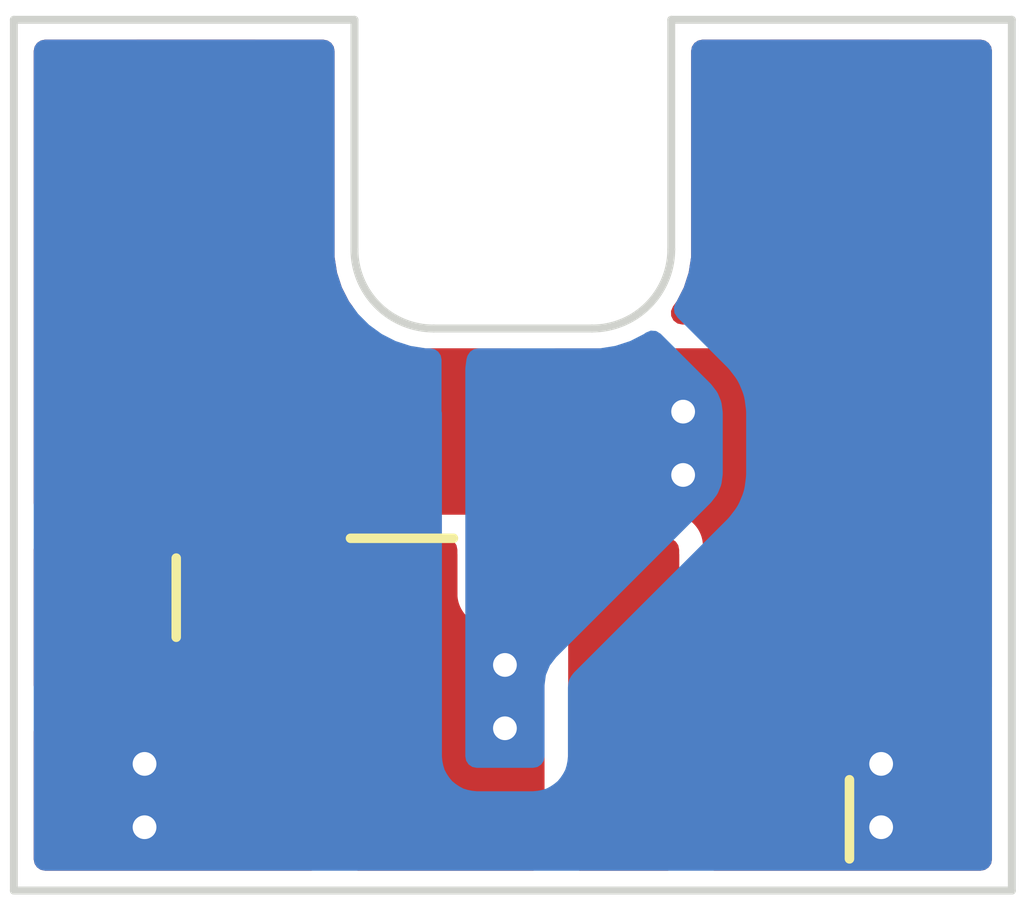
<source format=kicad_pcb>
(kicad_pcb (version 20221018) (generator pcbnew)
  (layers (0 "F.Cu" signal) (31 "B.Cu" signal) (34 "B.Paste" user) (35 "F.Paste" user) (36 "B.SilkS" user "B.Silkscreen") (37 "F.SilkS" user "F.Silkscreen") (38 "B.Mask" user) (39 "F.Mask" user) (44 "Edge.Cuts" user))
  (net 0 "")
  (net 1 "/PIN_B")
  (net 2 "/PIN_A")
  (net 3 "Net-(D1-K)")
  (net 4 "Net-(D1-A)")
  (net 5 "Net-(D2-K)")
  (footprint "Slonket_Footprints:D_SOD-123F" (layer "F.Cu") (at 125.6 94.3 -90)
    (fp_text reference "D1" hide)
    (fp_text value "SM4007PL" hide)
    (fp_line (start -1.9 0.75) (end -0.9 0.75) (stroke (width 0.12)) (layer "F.SilkS"))
    (pad "1" smd rect (at -1.4 0 270) (size 1.1 1.1) (layers "F.Cu" "F.Paste" "F.Mask") (net 3 "Net-(D1-K)"))
    (pad "2" smd rect (at 1.4 0 270) (size 1.1 1.1) (layers "F.Cu" "F.Paste" "F.Mask") (net 4 "Net-(D1-A)"))
  )
  (footprint "Slonket_Footprints:R_1206" (layer "F.Cu") (at 126.65 90.95)
    (fp_text reference "R1" hide)
    (fp_text value "270" hide)
    (pad "1" smd rect (at -1.475 0) (size 1.15 1.8) (layers "F.Cu" "F.Paste" "F.Mask") (net 2 "/PIN_A"))
    (pad "2" smd rect (at 1.475 0) (size 1.15 1.8) (layers "F.Cu" "F.Paste" "F.Mask") (net 3 "Net-(D1-K)"))
  )
  (footprint "Slonket_Footprints:R_1206" (layer "F.Cu") (at 131.55 90.95)
    (fp_text reference "R2" hide)
    (fp_text value "270" hide)
    (pad "1" smd rect (at -1.475 0) (size 1.15 1.8) (layers "F.Cu" "F.Paste" "F.Mask") (net 5 "Net-(D2-K)"))
    (pad "2" smd rect (at 1.475 0) (size 1.15 1.8) (layers "F.Cu" "F.Paste" "F.Mask") (net 1 "/PIN_B"))
  )
  (footprint "Slonket_Footprints:D_SOD-123F" (layer "F.Cu") (at 132.6 94.3 90)
    (fp_text reference "D3" hide)
    (fp_text value "SM4007PL" hide)
    (fp_line (start -1.9 0.75) (end -0.9 0.75) (stroke (width 0.12)) (layer "F.SilkS"))
    (pad "1" smd rect (at -1.4 0 90) (size 1.1 1.1) (layers "F.Cu" "F.Paste" "F.Mask") (net 4 "Net-(D1-A)"))
    (pad "2" smd rect (at 1.4 0 90) (size 1.1 1.1) (layers "F.Cu" "F.Paste" "F.Mask") (net 5 "Net-(D2-K)"))
  )
  (footprint "Slonket_Footprints:J_Pad_1_Lego" (layer "F.Cu") (at 125.1 87.6 180)
    (fp_text reference "J1" hide)
    (fp_text value "PIN_A" hide)
    (pad "1" smd roundrect (at 0 0 180) (size 1.5 3.5) (layers "F.Cu" "F.Mask") (chamfer_ratio 0) (chamfer bottom_left bottom_right) (net 2 "/PIN_A"))
  )
  (footprint "Slonket_Footprints:D_LED_4040" (layer "F.Cu") (at 129.1 94.55 180)
    (fp_text reference "D2" hide)
    (fp_text value "GREEN" hide)
    (fp_line (start 2.05 2.4) (end 0.75 2.4) (stroke (width 0.12)) (layer "F.SilkS"))
    (pad "1" smd rect (at 1.4 0.35 180) (size 1.4 3.7) (layers "F.Cu" "F.Paste" "F.Mask") (net 5 "Net-(D2-K)"))
    (pad "2" smd rect (at -1.4 0.35 180) (size 1.4 3.7) (layers "F.Cu" "F.Paste" "F.Mask") (net 3 "Net-(D1-K)"))
  )
  (footprint "Slonket_Footprints:J_Pad_1_Lego" (layer "F.Cu") (at 133.1 87.6 180)
    (fp_text reference "J2" hide)
    (fp_text value "PIN_B" hide)
    (pad "1" smd roundrect (at 0 0 180) (size 1.5 3.5) (layers "F.Cu" "F.Mask") (chamfer_ratio 0) (chamfer bottom_left bottom_right) (net 1 "/PIN_B"))
  )
  (gr_line (start 131.1 88.5) (end 131.1 85.6) (stroke (width 0.1)) (layer "Edge.Cuts"))
  (gr_line (start 122.8 85.6) (end 127.1 85.6) (stroke (width 0.1)) (layer "Edge.Cuts"))
  (gr_line (start 128.1 89.5) (end 130.1 89.5) (stroke (width 0.1)) (layer "Edge.Cuts"))
  (gr_arc (start 131.1 88.5) (mid 130.807107 89.207107) (end 130.1 89.5) (stroke (width 0.1)) (layer "Edge.Cuts"))
  (gr_line (start 127.1 85.6) (end 127.1 88.5) (stroke (width 0.1)) (layer "Edge.Cuts"))
  (gr_line (start 135.4 96.6) (end 135.4 85.6) (stroke (width 0.1)) (layer "Edge.Cuts"))
  (gr_arc (start 128.1 89.5) (mid 127.392893 89.207107) (end 127.1 88.5) (stroke (width 0.1)) (layer "Edge.Cuts"))
  (gr_line (start 122.8 85.6) (end 122.8 96.6) (stroke (width 0.1)) (layer "Edge.Cuts"))
  (gr_line (start 122.8 96.6) (end 135.4 96.6) (stroke (width 0.1)) (layer "Edge.Cuts"))
  (gr_line (start 135.4 85.6) (end 131.1 85.6) (stroke (width 0.1)) (layer "Edge.Cuts"))
  (arc (start 132.65 89.85) (mid 132.474264 89.425736) (end 132.05 89.25) (width 0.4) (layer "F.Cu") (net 1))
  (arc (start 126.15 89.25) (mid 125.725736 89.425736) (end 125.55 89.85) (width 0.4) (layer "F.Cu") (net 2))
  (arc (start 125.75 92.35) (mid 126.103553 92.203553) (end 126.25 91.85) (width 0.4) (layer "F.Cu") (net 3))
  (arc (start 130 93.35) (mid 129.824264 92.925736) (end 129.4 92.75) (width 0.4) (layer "F.Cu") (net 3))
  (arc (start 129 91.85) (mid 129.146447 92.203553) (end 129.5 92.35) (width 0.4) (layer "F.Cu") (net 3))
  (arc (start 127.1 91.65) (mid 126.675736 91.825736) (end 126.5 92.25) (width 0.4) (layer "F.Cu") (net 3))
  (via (at 133.75 95) (size 0.6) (drill 0.3) (layers "F.Cu" "B.Cu") (net 4))
  (via (at 133.75 95.8) (size 0.6) (drill 0.3) (layers "F.Cu" "B.Cu") (net 4))
  (via (at 124.45 95) (size 0.6) (drill 0.3) (layers "F.Cu" "B.Cu") (net 4))
  (via (at 124.45 95.8) (size 0.6) (drill 0.3) (layers "F.Cu" "B.Cu") (net 4))
  (via (at 129 94.55) (size 0.6) (drill 0.3) (layers "F.Cu" "B.Cu") (net 5))
  (via (at 129 93.75) (size 0.6) (drill 0.3) (layers "F.Cu" "B.Cu") (net 5))
  (via (at 131.25 90.55) (size 0.6) (drill 0.3) (layers "F.Cu" "B.Cu") (net 5))
  (via (at 131.25 91.35) (size 0.6) (drill 0.3) (layers "F.Cu" "B.Cu") (net 5))
  (arc (start 131.95 91.85) (mid 132.096447 92.203553) (end 132.45 92.35) (width 0.4) (layer "F.Cu") (net 5))
  (arc (start 131.7 92.25) (mid 131.524264 91.825736) (end 131.1 91.65) (width 0.4) (layer "F.Cu") (net 5))
  (arc (start 128.2 92.85) (mid 128.375736 93.274264) (end 128.8 93.45) (width 0.4) (layer "F.Cu") (net 5))
  (zone (net 3) (net_name "Net-(D1-K)") (layer "F.Cu") (priority 2) (connect_pads yes (clearance 0.19)) (min_thickness 0.29) (fill yes (thermal_gap 0.5) (thermal_bridge_width 0.5) (smoothing fillet) (radius 0.1))
    (polygon (pts (xy 127.55 89.75) (xy 129.2 89.75) (xy 129.2 92.15) (xy 131.2 92.15) (xy 131.2 96.6) (xy 129.8 96.6) (xy 129.8 92.95) (xy 128.7 92.95) (xy 128.7 91.85) (xy 127.55 91.85)))
  )
  (zone (net 3) (net_name "Net-(D1-K)") (layer "F.Cu") (priority 2) (connect_pads yes (clearance 0.19)) (min_thickness 0.29) (fill yes (thermal_gap 0.5) (thermal_bridge_width 0.5) (smoothing fillet) (radius 0.1))
    (polygon (pts (xy 128.7 89.75) (xy 126.05 89.75) (xy 126.05 92.15) (xy 122.8 92.15) (xy 122.8 94.15) (xy 126.7 94.15) (xy 126.7 91.85) (xy 128.7 91.85)))
  )
  (zone (net 5) (net_name "Net-(D2-K)") (layer "F.Cu") (priority 2) (connect_pads yes (clearance 0.19)) (min_thickness 0.29) (fill yes (thermal_gap 0.5) (thermal_bridge_width 0.5) (smoothing fillet) (radius 0.1))
    (polygon (pts (xy 127 92.15) (xy 128.4 92.15) (xy 128.4 93.25) (xy 129.5 93.25) (xy 129.5 96.6) (xy 127 96.6)))
  )
  (zone (net 4) (net_name "Net-(D1-A)") (layer "F.Cu") (priority 2) (connect_pads yes (clearance 0.19)) (min_thickness 0.29) (fill yes (thermal_gap 0.5) (thermal_bridge_width 0.5) (smoothing fillet) (radius 0.1))
    (polygon (pts (xy 122.8 96.6) (xy 122.8 94.45) (xy 126.7 94.45) (xy 126.7 96.6)))
  )
  (zone (net 4) (net_name "Net-(D1-A)") (layer "F.Cu") (priority 2) (connect_pads yes (clearance 0.19)) (min_thickness 0.29) (fill yes (thermal_gap 0.5) (thermal_bridge_width 0.5) (smoothing fillet) (radius 0.1))
    (polygon (pts (xy 131.5 96.6) (xy 131.5 94.45) (xy 135.4 94.45) (xy 135.4 96.6)))
  )
  (zone (net 2) (net_name "/PIN_A") (layer "F.Cu") (priority 2) (connect_pads yes (clearance 0.19)) (min_thickness 0.29) (fill yes (thermal_gap 0.5) (thermal_bridge_width 0.5) (smoothing fillet) (radius 0.1))
    (polygon (pts (xy 122.8 91.85) (xy 125.75 91.85) (xy 125.75 89.45) (xy 127.8 89.45) (xy 127.1 88.5) (xy 127.1 85.6) (xy 122.8 85.6)))
  )
  (zone (net 1) (net_name "/PIN_B") (layer "F.Cu") (priority 2) (connect_pads yes (clearance 0.19)) (min_thickness 0.29) (fill yes (thermal_gap 0.5) (thermal_bridge_width 0.5) (smoothing fillet) (radius 0.1))
    (polygon (pts (xy 135.4 91.85) (xy 132.45 91.85) (xy 132.45 89.45) (xy 130.4 89.45) (xy 131.1 88.5) (xy 131.1 85.6) (xy 135.4 85.6)))
  )
  (zone (net 5) (net_name "Net-(D2-K)") (layer "F.Cu") (priority 2) (connect_pads yes (clearance 0.19)) (min_thickness 0.29) (fill yes (thermal_gap 0.5) (thermal_bridge_width 0.5) (smoothing fillet) (radius 0.1))
    (polygon (pts (xy 129.5 89.75) (xy 132.15 89.75) (xy 132.15 92.15) (xy 135.4 92.15) (xy 135.4 94.15) (xy 131.5 94.15) (xy 131.5 91.85) (xy 129.5 91.85)))
  )
  (zone (net 0) (net_name "") (layer "B.Cu") (connect_pads yes (clearance 0)) (min_thickness 0.29)
    (keepout (tracks allowed) (vias allowed) (pads allowed) (copperpour not_allowed) (footprints allowed))
    (fill (thermal_gap 0.5) (thermal_bridge_width 0.5))
    (polygon (pts (xy 128.2 90.55) (xy 128.5 90.55) (xy 128.5 89.3) (xy 128.2 89.3)))
  )
  (zone (net 5) (net_name "Net-(D2-K)") (layer "B.Cu") (priority 2) (connect_pads yes (clearance 0.19)) (min_thickness 0.29) (fill yes (thermal_gap 0.5) (thermal_bridge_width 0.5) (smoothing fillet) (radius 0.5))
    (polygon (pts (xy 128.5 95.05) (xy 128.7 95.05) (xy 129.3 95.05) (xy 129.5 95.05) (xy 129.5 93.8) (xy 131.75 91.55) (xy 131.75 90.35) (xy 130.5 89.1) (xy 130.1 89.5) (xy 128.5 89.5)))
  )
  (zone (net 4) (net_name "Net-(D1-A)") (layer "B.Cu") (connect_pads yes (clearance 0.19)) (min_thickness 0.29) (fill yes (thermal_gap 0.5) (thermal_bridge_width 0.5) (smoothing fillet) (radius 0.1))
    (polygon (pts (xy 135.4 96.6) (xy 135.4 85.6) (xy 131.1 85.6) (xy 131.1 88.5) (xy 130.1 89.5) (xy 128.1 89.5) (xy 127.1 88.5) (xy 127.1 85.6) (xy 122.8 85.6) (xy 122.8 96.6)))
  )
)
</source>
